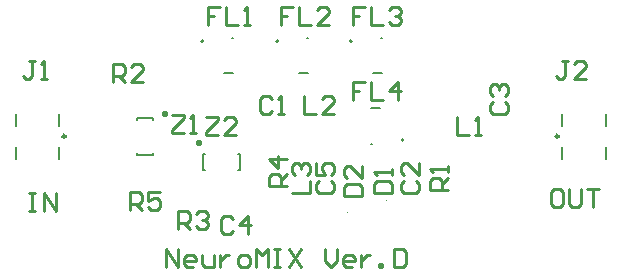
<source format=gbr>
%TF.GenerationSoftware,Altium Limited,Altium Designer,22.6.1 (34)*%
G04 Layer_Color=65535*
%FSLAX26Y26*%
%MOIN*%
%TF.SameCoordinates,8B827DF8-CB59-4627-A0E1-72AFC477AE17*%
%TF.FilePolarity,Positive*%
%TF.FileFunction,Legend,Top*%
%TF.Part,Single*%
G01*
G75*
%TA.AperFunction,NonConductor*%
%ADD25C,0.007874*%
%ADD26C,0.011024*%
%ADD27C,0.003937*%
%ADD28C,0.005000*%
%ADD29C,0.010000*%
D25*
X2135354Y1817047D02*
G03*
X2135354Y1817047I-3937J0D01*
G01*
X2307520Y1487953D02*
G03*
X2307520Y1487953I-3937J0D01*
G01*
X1890354Y1817047D02*
G03*
X1890354Y1817047I-3937J0D01*
G01*
X1640354D02*
G03*
X1640354Y1817047I-3937J0D01*
G01*
D26*
X2824961Y1500000D02*
G03*
X2824961Y1500000I-5512J0D01*
G01*
X1181063D02*
G03*
X1181063Y1500000I-5512J0D01*
G01*
D27*
X2253425Y1287638D02*
G03*
X2253425Y1287638I-1968J0D01*
G01*
X2119331Y1246457D02*
G03*
X2119331Y1246457I-1968J0D01*
G01*
D28*
X1419000Y1439000D02*
X1471000D01*
X1419000Y1561000D02*
X1471000D01*
Y1556000D02*
Y1561000D01*
X1419000Y1556000D02*
Y1561000D01*
X1471000Y1439000D02*
Y1444000D01*
X1419000Y1439000D02*
Y1444000D01*
X2231024Y1829055D02*
X2234961D01*
X2205433Y1710945D02*
X2234567D01*
X2200039Y1475945D02*
X2203976D01*
X2200433Y1594055D02*
X2229567D01*
X2980866Y1425197D02*
Y1464567D01*
Y1535433D02*
Y1574803D01*
X2834803Y1425197D02*
Y1464567D01*
Y1535433D02*
Y1574803D01*
X1986024Y1829055D02*
X1989961D01*
X1960433Y1710945D02*
X1989567D01*
X1761000Y1389000D02*
Y1441000D01*
X1639000Y1389000D02*
Y1441000D01*
X1644000D01*
X1639000Y1389000D02*
X1644000D01*
X1756000Y1441000D02*
X1761000D01*
X1756000Y1389000D02*
X1761000D01*
X1736024Y1829055D02*
X1739961D01*
X1710433Y1710945D02*
X1739567D01*
X1160197Y1425197D02*
Y1464567D01*
Y1535433D02*
Y1574803D01*
X1014134Y1425197D02*
Y1464567D01*
Y1535433D02*
Y1574803D01*
D29*
X1555016Y1192451D02*
Y1252431D01*
X1585007D01*
X1595003Y1242434D01*
Y1222441D01*
X1585007Y1212444D01*
X1555016D01*
X1575010D02*
X1595003Y1192451D01*
X1614997Y1242434D02*
X1624994Y1252431D01*
X1644987D01*
X1654984Y1242434D01*
Y1232438D01*
X1644987Y1222441D01*
X1634990D01*
X1644987D01*
X1654984Y1212444D01*
Y1202447D01*
X1644987Y1192451D01*
X1624994D01*
X1614997Y1202447D01*
X1340016Y1680010D02*
Y1739990D01*
X1370006D01*
X1380003Y1729994D01*
Y1710000D01*
X1370006Y1700003D01*
X1340016D01*
X1360010D02*
X1380003Y1680010D01*
X1439984D02*
X1399997D01*
X1439984Y1719997D01*
Y1729994D01*
X1429987Y1739990D01*
X1409994D01*
X1399997Y1729994D01*
X1535013Y1569990D02*
X1575000D01*
Y1559994D01*
X1535013Y1520006D01*
Y1510010D01*
X1575000D01*
X1594994D02*
X1614987D01*
X1604990D01*
Y1569990D01*
X1594994Y1559994D01*
X1505000Y1580000D02*
X1514997D01*
Y1570003D01*
X1505000D01*
Y1580000D01*
X1919990Y1335016D02*
X1860010D01*
Y1365006D01*
X1870006Y1375003D01*
X1890000D01*
X1899997Y1365006D01*
Y1335016D01*
Y1355010D02*
X1919990Y1375003D01*
Y1424987D02*
X1860010D01*
X1890000Y1394997D01*
Y1434984D01*
X1395016Y1255010D02*
Y1314990D01*
X1425006D01*
X1435003Y1304994D01*
Y1285000D01*
X1425006Y1275003D01*
X1395016D01*
X1415010D02*
X1435003Y1255010D01*
X1494984Y1314990D02*
X1454997D01*
Y1285000D01*
X1474990Y1294997D01*
X1484987D01*
X1494984Y1285000D01*
Y1265006D01*
X1484987Y1255010D01*
X1464994D01*
X1454997Y1265006D01*
X2180013Y1929990D02*
X2140026D01*
Y1900000D01*
X2160019D01*
X2140026D01*
Y1870010D01*
X2200006Y1929990D02*
Y1870010D01*
X2239994D01*
X2259987Y1919994D02*
X2269984Y1929990D01*
X2289977D01*
X2299974Y1919994D01*
Y1909997D01*
X2289977Y1900000D01*
X2279981D01*
X2289977D01*
X2299974Y1890003D01*
Y1880006D01*
X2289977Y1870010D01*
X2269984D01*
X2259987Y1880006D01*
X2180013Y1679990D02*
X2140026D01*
Y1650000D01*
X2160019D01*
X2140026D01*
Y1620010D01*
X2200006Y1679990D02*
Y1620010D01*
X2239994D01*
X2289977D02*
Y1679990D01*
X2259987Y1650000D01*
X2299974D01*
X2855003Y1749990D02*
X2835010D01*
X2845006D01*
Y1700006D01*
X2835010Y1690010D01*
X2825013D01*
X2815016Y1700006D01*
X2914984Y1690010D02*
X2874997D01*
X2914984Y1729997D01*
Y1739994D01*
X2904987Y1749990D01*
X2884994D01*
X2874997Y1739994D01*
X1940013Y1929990D02*
X1900026D01*
Y1900000D01*
X1920019D01*
X1900026D01*
Y1870010D01*
X1960006Y1929990D02*
Y1870010D01*
X1999994D01*
X2059974D02*
X2019987D01*
X2059974Y1909997D01*
Y1919994D01*
X2049977Y1929990D01*
X2029984D01*
X2019987Y1919994D01*
X1620000Y1475000D02*
Y1484997D01*
X1629997D01*
Y1475000D01*
X1620000D01*
X2829990Y1324981D02*
X2809997D01*
X2800000Y1314984D01*
Y1274997D01*
X2809997Y1265000D01*
X2829990D01*
X2839987Y1274997D01*
Y1314984D01*
X2829990Y1324981D01*
X2859981D02*
Y1274997D01*
X2869977Y1265000D01*
X2889971D01*
X2899968Y1274997D01*
Y1324981D01*
X2919961D02*
X2959948D01*
X2939955D01*
Y1265000D01*
X1060000Y1309981D02*
X1079994D01*
X1069997D01*
Y1250000D01*
X1060000D01*
X1079994D01*
X1109984D02*
Y1309981D01*
X1149971Y1250000D01*
Y1309981D01*
X1515000Y1065000D02*
Y1124981D01*
X1554987Y1065000D01*
Y1124981D01*
X1604971Y1065000D02*
X1584977D01*
X1574981Y1074997D01*
Y1094990D01*
X1584977Y1104987D01*
X1604971D01*
X1614968Y1094990D01*
Y1084994D01*
X1574981D01*
X1634961Y1104987D02*
Y1074997D01*
X1644958Y1065000D01*
X1674948D01*
Y1104987D01*
X1694942D02*
Y1065000D01*
Y1084994D01*
X1704939Y1094990D01*
X1714935Y1104987D01*
X1724932D01*
X1764919Y1065000D02*
X1784913D01*
X1794909Y1074997D01*
Y1094990D01*
X1784913Y1104987D01*
X1764919D01*
X1754922Y1094990D01*
Y1074997D01*
X1764919Y1065000D01*
X1814903D02*
Y1124981D01*
X1834897Y1104987D01*
X1854890Y1124981D01*
Y1065000D01*
X1874884Y1124981D02*
X1894877D01*
X1884880D01*
Y1065000D01*
X1874884D01*
X1894877D01*
X1924867Y1124981D02*
X1964854Y1065000D01*
Y1124981D02*
X1924867Y1065000D01*
X2044829Y1124981D02*
Y1084994D01*
X2064822Y1065000D01*
X2084816Y1084994D01*
Y1124981D01*
X2134800Y1065000D02*
X2114806D01*
X2104809Y1074997D01*
Y1094990D01*
X2114806Y1104987D01*
X2134800D01*
X2144796Y1094990D01*
Y1084994D01*
X2104809D01*
X2164790Y1104987D02*
Y1065000D01*
Y1084994D01*
X2174787Y1094990D01*
X2184783Y1104987D01*
X2194780D01*
X2224770Y1065000D02*
Y1074997D01*
X2234767D01*
Y1065000D01*
X2224770D01*
X2274754Y1124981D02*
Y1065000D01*
X2304744D01*
X2314741Y1074997D01*
Y1114984D01*
X2304744Y1124981D01*
X2274754D01*
X1935010Y1310016D02*
X1994990D01*
Y1350003D01*
X1945006Y1369997D02*
X1935010Y1379994D01*
Y1399987D01*
X1945006Y1409984D01*
X1955003D01*
X1965000Y1399987D01*
Y1389990D01*
Y1399987D01*
X1974997Y1409984D01*
X1984994D01*
X1994990Y1399987D01*
Y1379994D01*
X1984994Y1369997D01*
X2025006Y1350003D02*
X2015010Y1340006D01*
Y1320013D01*
X2025006Y1310016D01*
X2064994D01*
X2074990Y1320013D01*
Y1340006D01*
X2064994Y1350003D01*
X2015010Y1409984D02*
Y1369997D01*
X2045000D01*
X2035003Y1389990D01*
Y1399987D01*
X2045000Y1409984D01*
X2064994D01*
X2074990Y1399987D01*
Y1379994D01*
X2064994Y1369997D01*
X1740003Y1224994D02*
X1730006Y1234990D01*
X1710013D01*
X1700016Y1224994D01*
Y1185006D01*
X1710013Y1175010D01*
X1730006D01*
X1740003Y1185006D01*
X1789987Y1175010D02*
Y1234990D01*
X1759997Y1205000D01*
X1799984D01*
X1650016Y1564990D02*
X1690003D01*
Y1554994D01*
X1650016Y1515006D01*
Y1505010D01*
X1690003D01*
X1749984D02*
X1709997D01*
X1749984Y1544997D01*
Y1554994D01*
X1739987Y1564990D01*
X1719994D01*
X1709997Y1554994D01*
X2454990Y1320013D02*
X2395010D01*
Y1350003D01*
X2405006Y1360000D01*
X2425000D01*
X2434997Y1350003D01*
Y1320013D01*
Y1340006D02*
X2454990Y1360000D01*
Y1379994D02*
Y1399987D01*
Y1389990D01*
X2395010D01*
X2405006Y1379994D01*
X1695010Y1929990D02*
X1655023D01*
Y1900000D01*
X1675016D01*
X1655023D01*
Y1870010D01*
X1715003Y1929990D02*
Y1870010D01*
X1754990D01*
X1774984D02*
X1794977D01*
X1784981D01*
Y1929990D01*
X1774984Y1919994D01*
X1975016Y1634990D02*
Y1575010D01*
X2015003D01*
X2074984D02*
X2034997D01*
X2074984Y1614997D01*
Y1624994D01*
X2064987Y1634990D01*
X2044994D01*
X2034997Y1624994D01*
X2485013Y1564990D02*
Y1505010D01*
X2525000D01*
X2544994D02*
X2564987D01*
X2554990D01*
Y1564990D01*
X2544994Y1554994D01*
X2110010Y1300016D02*
X2169990D01*
Y1330006D01*
X2159994Y1340003D01*
X2120006D01*
X2110010Y1330006D01*
Y1300016D01*
X2169990Y1399984D02*
Y1359997D01*
X2130003Y1399984D01*
X2120006D01*
X2110010Y1389987D01*
Y1369994D01*
X2120006Y1359997D01*
X2210010Y1310013D02*
X2269990D01*
Y1340003D01*
X2259994Y1350000D01*
X2220006D01*
X2210010Y1340003D01*
Y1310013D01*
X2269990Y1369994D02*
Y1389987D01*
Y1379990D01*
X2210010D01*
X2220006Y1369994D01*
X2605006Y1615003D02*
X2595010Y1605006D01*
Y1585013D01*
X2605006Y1575016D01*
X2644994D01*
X2654990Y1585013D01*
Y1605006D01*
X2644994Y1615003D01*
X2605006Y1634997D02*
X2595010Y1644994D01*
Y1664987D01*
X2605006Y1674984D01*
X2615003D01*
X2625000Y1664987D01*
Y1654990D01*
Y1664987D01*
X2634997Y1674984D01*
X2644994D01*
X2654990Y1664987D01*
Y1644994D01*
X2644994Y1634997D01*
X2310006Y1350003D02*
X2300010Y1340006D01*
Y1320013D01*
X2310006Y1310016D01*
X2349994D01*
X2359990Y1320013D01*
Y1340006D01*
X2349994Y1350003D01*
X2359990Y1409984D02*
Y1369997D01*
X2320003Y1409984D01*
X2310006D01*
X2300010Y1399987D01*
Y1379994D01*
X2310006Y1369997D01*
X1080000Y1749990D02*
X1060006D01*
X1070003D01*
Y1700006D01*
X1060006Y1690010D01*
X1050010D01*
X1040013Y1700006D01*
X1099994Y1690010D02*
X1119987D01*
X1109990D01*
Y1749990D01*
X1099994Y1739994D01*
X1870000Y1624994D02*
X1860003Y1634990D01*
X1840010D01*
X1830013Y1624994D01*
Y1585006D01*
X1840010Y1575010D01*
X1860003D01*
X1870000Y1585006D01*
X1889994Y1575010D02*
X1909987D01*
X1899990D01*
Y1634990D01*
X1889994Y1624994D01*
%TF.MD5,6e7f3ba014f9bb05a4a53bba75dec4df*%
M02*

</source>
